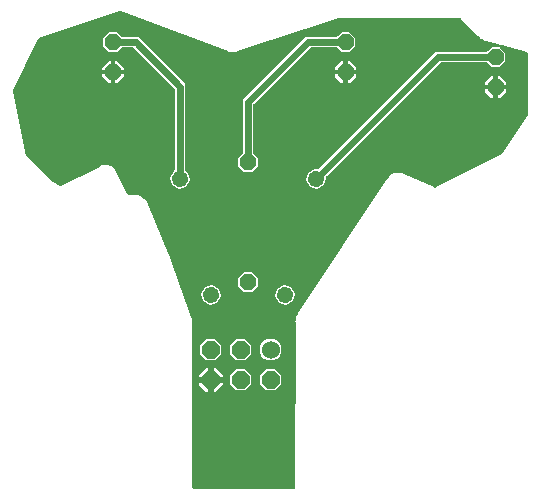
<source format=gbr>
G04 EAGLE Gerber RS-274X export*
G75*
%MOMM*%
%FSLAX34Y34*%
%LPD*%
%INBottom Copper*%
%IPPOS*%
%AMOC8*
5,1,8,0,0,1.08239X$1,22.5*%
G01*
%ADD10P,1.429621X8X112.500000*%
%ADD11P,1.429621X8X97.500000*%
%ADD12P,1.429621X8X127.500000*%
%ADD13P,1.429621X8X292.500000*%
%ADD14C,1.524000*%
%ADD15P,1.649562X8X202.500000*%
%ADD16C,0.609600*%

G36*
X248252Y8894D02*
X248252Y8894D01*
X248278Y8892D01*
X248426Y8914D01*
X248574Y8931D01*
X248597Y8939D01*
X248622Y8943D01*
X248761Y8998D01*
X248902Y9048D01*
X248923Y9062D01*
X248946Y9071D01*
X249069Y9156D01*
X249194Y9237D01*
X249212Y9255D01*
X249233Y9270D01*
X249333Y9380D01*
X249437Y9488D01*
X249450Y9509D01*
X249467Y9528D01*
X249539Y9659D01*
X249616Y9787D01*
X249623Y9811D01*
X249635Y9833D01*
X249676Y9977D01*
X249722Y10119D01*
X249724Y10144D01*
X249731Y10168D01*
X249751Y10412D01*
X249934Y149958D01*
X249930Y149989D01*
X249933Y150021D01*
X249903Y150264D01*
X249736Y151082D01*
X249909Y151971D01*
X249911Y151994D01*
X249917Y152016D01*
X249937Y152259D01*
X249938Y153164D01*
X250259Y153936D01*
X250267Y153966D01*
X250282Y153995D01*
X250347Y154230D01*
X250507Y155050D01*
X251006Y155805D01*
X251016Y155826D01*
X251030Y155843D01*
X251100Y155979D01*
X251124Y156019D01*
X251130Y156036D01*
X251142Y156061D01*
X251490Y156897D01*
X252081Y157487D01*
X252101Y157512D01*
X252125Y157532D01*
X252276Y157725D01*
X327536Y271491D01*
X327538Y271495D01*
X327541Y271498D01*
X327658Y271713D01*
X328081Y272667D01*
X328586Y273148D01*
X328618Y273186D01*
X328656Y273218D01*
X328807Y273411D01*
X329191Y273992D01*
X330056Y274575D01*
X330059Y274578D01*
X330064Y274581D01*
X330254Y274734D01*
X331010Y275454D01*
X331660Y275704D01*
X331704Y275727D01*
X331751Y275743D01*
X331964Y275863D01*
X332541Y276253D01*
X333564Y276461D01*
X333568Y276463D01*
X333573Y276463D01*
X333808Y276532D01*
X334781Y276908D01*
X335478Y276890D01*
X335527Y276895D01*
X335577Y276891D01*
X335820Y276921D01*
X336502Y277060D01*
X337527Y276861D01*
X337531Y276860D01*
X337536Y276859D01*
X337779Y276833D01*
X338822Y276808D01*
X339459Y276525D01*
X339507Y276510D01*
X339551Y276488D01*
X339786Y276422D01*
X340470Y276289D01*
X341341Y275714D01*
X341345Y275712D01*
X341348Y275708D01*
X341563Y275592D01*
X367130Y264252D01*
X367154Y264244D01*
X367176Y264232D01*
X367320Y264192D01*
X367463Y264148D01*
X367488Y264146D01*
X367512Y264139D01*
X367661Y264133D01*
X367810Y264122D01*
X367835Y264126D01*
X367860Y264125D01*
X368007Y264153D01*
X368155Y264176D01*
X368178Y264185D01*
X368202Y264190D01*
X368429Y264282D01*
X424227Y292180D01*
X424309Y292234D01*
X424396Y292279D01*
X424455Y292329D01*
X424519Y292371D01*
X424587Y292442D01*
X424661Y292506D01*
X424726Y292587D01*
X424759Y292623D01*
X424777Y292652D01*
X424813Y292698D01*
X446529Y325273D01*
X446598Y325406D01*
X446671Y325538D01*
X446677Y325561D01*
X446688Y325583D01*
X446725Y325729D01*
X446766Y325874D01*
X446768Y325903D01*
X446773Y325921D01*
X446773Y325968D01*
X446785Y326118D01*
X446785Y377267D01*
X446767Y377429D01*
X446750Y377591D01*
X446747Y377602D01*
X446745Y377613D01*
X446690Y377766D01*
X446638Y377921D01*
X446632Y377930D01*
X446628Y377941D01*
X446540Y378078D01*
X446453Y378216D01*
X446445Y378224D01*
X446439Y378234D01*
X446322Y378347D01*
X446206Y378462D01*
X446196Y378468D01*
X446188Y378476D01*
X446048Y378560D01*
X445910Y378646D01*
X445897Y378650D01*
X445889Y378655D01*
X445858Y378665D01*
X445680Y378731D01*
X424500Y384783D01*
X424364Y384805D01*
X424230Y384834D01*
X424193Y384834D01*
X424156Y384840D01*
X424019Y384831D01*
X423882Y384828D01*
X423846Y384819D01*
X423809Y384817D01*
X423677Y384777D01*
X423544Y384743D01*
X423510Y384726D01*
X423475Y384716D01*
X423356Y384647D01*
X423234Y384584D01*
X423205Y384560D01*
X423173Y384541D01*
X423073Y384447D01*
X422968Y384358D01*
X422946Y384328D01*
X422919Y384303D01*
X422843Y384188D01*
X422761Y384078D01*
X422746Y384044D01*
X422726Y384013D01*
X422678Y383884D01*
X422623Y383758D01*
X422617Y383721D01*
X422604Y383686D01*
X422586Y383550D01*
X422561Y383415D01*
X422563Y383378D01*
X422559Y383341D01*
X422572Y383204D01*
X422579Y383066D01*
X422590Y383031D01*
X422593Y382994D01*
X422638Y382864D01*
X422676Y382732D01*
X422694Y382699D01*
X422706Y382664D01*
X422779Y382547D01*
X422846Y382427D01*
X422876Y382393D01*
X422891Y382369D01*
X422926Y382333D01*
X423005Y382241D01*
X427229Y378017D01*
X427229Y371283D01*
X422467Y366521D01*
X415733Y366521D01*
X412623Y369631D01*
X412524Y369710D01*
X412430Y369794D01*
X412388Y369818D01*
X412350Y369848D01*
X412236Y369902D01*
X412125Y369963D01*
X412079Y369976D01*
X412035Y369997D01*
X411912Y370023D01*
X411790Y370058D01*
X411729Y370063D01*
X411694Y370070D01*
X411646Y370069D01*
X411546Y370077D01*
X373004Y370077D01*
X372878Y370063D01*
X372752Y370056D01*
X372706Y370043D01*
X372658Y370037D01*
X372539Y369995D01*
X372417Y369960D01*
X372375Y369936D01*
X372330Y369920D01*
X372223Y369851D01*
X372113Y369790D01*
X372067Y369750D01*
X372037Y369731D01*
X372003Y369696D01*
X371927Y369631D01*
X276292Y273996D01*
X276291Y273995D01*
X276290Y273994D01*
X276180Y273855D01*
X276076Y273723D01*
X276075Y273722D01*
X276074Y273721D01*
X275997Y273557D01*
X275927Y273408D01*
X275926Y273407D01*
X275926Y273406D01*
X275888Y273227D01*
X275853Y273068D01*
X275853Y273066D01*
X275853Y273065D01*
X275857Y272877D01*
X275859Y272719D01*
X275860Y272718D01*
X275860Y272716D01*
X275898Y272566D01*
X274128Y265963D01*
X268296Y262596D01*
X261792Y264339D01*
X258425Y270171D01*
X260168Y276675D01*
X266000Y280042D01*
X267835Y279550D01*
X267985Y279528D01*
X268133Y279501D01*
X268157Y279503D01*
X268180Y279499D01*
X268330Y279512D01*
X268481Y279519D01*
X268504Y279526D01*
X268527Y279528D01*
X268671Y279574D01*
X268816Y279616D01*
X268837Y279627D01*
X268859Y279635D01*
X268989Y279712D01*
X269120Y279786D01*
X269142Y279804D01*
X269158Y279814D01*
X269192Y279847D01*
X269307Y279945D01*
X367889Y378527D01*
X369569Y379223D01*
X411546Y379223D01*
X411672Y379237D01*
X411798Y379244D01*
X411844Y379257D01*
X411892Y379263D01*
X412011Y379305D01*
X412133Y379340D01*
X412175Y379364D01*
X412220Y379380D01*
X412327Y379449D01*
X412437Y379510D01*
X412483Y379550D01*
X412513Y379569D01*
X412547Y379604D01*
X412623Y379669D01*
X415733Y382779D01*
X420639Y382779D01*
X420775Y382794D01*
X420912Y382803D01*
X420948Y382814D01*
X420985Y382819D01*
X421114Y382865D01*
X421245Y382905D01*
X421278Y382923D01*
X421313Y382936D01*
X421428Y383010D01*
X421547Y383079D01*
X421574Y383105D01*
X421606Y383125D01*
X421701Y383224D01*
X421801Y383318D01*
X421822Y383349D01*
X421848Y383376D01*
X421919Y383494D01*
X421995Y383608D01*
X422008Y383643D01*
X422027Y383675D01*
X422069Y383805D01*
X422117Y383934D01*
X422122Y383971D01*
X422133Y384007D01*
X422144Y384143D01*
X422162Y384280D01*
X422158Y384317D01*
X422161Y384354D01*
X422141Y384490D01*
X422127Y384626D01*
X422115Y384662D01*
X422109Y384699D01*
X422059Y384826D01*
X422014Y384956D01*
X421995Y384988D01*
X421981Y385023D01*
X421903Y385135D01*
X421830Y385252D01*
X421803Y385278D01*
X421782Y385309D01*
X421680Y385401D01*
X421583Y385498D01*
X421551Y385517D01*
X421523Y385542D01*
X421403Y385609D01*
X421286Y385681D01*
X421243Y385697D01*
X421218Y385711D01*
X421170Y385724D01*
X421057Y385767D01*
X411278Y388561D01*
X411190Y388575D01*
X411103Y388600D01*
X410983Y388609D01*
X410934Y388617D01*
X410906Y388616D01*
X410860Y388619D01*
X410475Y388619D01*
X409226Y389137D01*
X409178Y389150D01*
X409061Y389194D01*
X407761Y389565D01*
X407460Y389805D01*
X407384Y389852D01*
X407314Y389908D01*
X407207Y389962D01*
X407164Y389989D01*
X407137Y389998D01*
X407096Y390019D01*
X406740Y390166D01*
X405784Y391122D01*
X405745Y391153D01*
X405654Y391238D01*
X404595Y392079D01*
X404409Y392415D01*
X404356Y392488D01*
X404313Y392566D01*
X404235Y392657D01*
X404206Y392698D01*
X404184Y392717D01*
X404154Y392752D01*
X389683Y407223D01*
X389584Y407302D01*
X389491Y407386D01*
X389448Y407410D01*
X389410Y407440D01*
X389296Y407494D01*
X389186Y407555D01*
X389139Y407568D01*
X389095Y407589D01*
X388972Y407615D01*
X388850Y407650D01*
X388789Y407655D01*
X388755Y407662D01*
X388707Y407661D01*
X388606Y407669D01*
X287335Y407669D01*
X287221Y407656D01*
X287105Y407652D01*
X287031Y407634D01*
X286989Y407629D01*
X286948Y407615D01*
X286867Y407596D01*
X200389Y379677D01*
X200343Y379657D01*
X200218Y379610D01*
X199023Y379058D01*
X198602Y379042D01*
X198518Y379028D01*
X198433Y379025D01*
X198346Y379005D01*
X198310Y379001D01*
X198287Y378992D01*
X198258Y378988D01*
X198234Y378978D01*
X198195Y378969D01*
X197794Y378840D01*
X196483Y378945D01*
X196433Y378944D01*
X196299Y378949D01*
X194984Y378896D01*
X194589Y379042D01*
X194506Y379062D01*
X194426Y379092D01*
X194298Y379112D01*
X194250Y379124D01*
X194225Y379124D01*
X194185Y379131D01*
X193765Y379165D01*
X192594Y379764D01*
X192547Y379782D01*
X192426Y379838D01*
X101681Y413230D01*
X101640Y413240D01*
X101602Y413257D01*
X101471Y413281D01*
X101342Y413312D01*
X101300Y413312D01*
X101259Y413320D01*
X101126Y413314D01*
X100994Y413315D01*
X100953Y413306D01*
X100911Y413304D01*
X100673Y413245D01*
X32950Y390671D01*
X32836Y390618D01*
X32718Y390572D01*
X32678Y390544D01*
X32635Y390524D01*
X32535Y390446D01*
X32431Y390374D01*
X32398Y390338D01*
X32360Y390309D01*
X32281Y390210D01*
X32196Y390117D01*
X32165Y390065D01*
X32142Y390037D01*
X32122Y389993D01*
X32070Y389907D01*
X10650Y347067D01*
X10637Y347032D01*
X10618Y346999D01*
X10577Y346869D01*
X10531Y346740D01*
X10526Y346702D01*
X10515Y346666D01*
X10505Y346530D01*
X10489Y346394D01*
X10493Y346356D01*
X10490Y346318D01*
X10521Y346076D01*
X21937Y291235D01*
X21982Y291098D01*
X22022Y290959D01*
X22037Y290933D01*
X22046Y290904D01*
X22122Y290781D01*
X22192Y290655D01*
X22216Y290627D01*
X22228Y290607D01*
X22263Y290572D01*
X22351Y290469D01*
X43944Y268875D01*
X44040Y268799D01*
X44131Y268717D01*
X44187Y268682D01*
X44217Y268659D01*
X44259Y268639D01*
X44340Y268590D01*
X50119Y265701D01*
X50175Y265680D01*
X50228Y265651D01*
X50338Y265621D01*
X50446Y265581D01*
X50506Y265574D01*
X50564Y265558D01*
X50678Y265554D01*
X50792Y265540D01*
X50852Y265546D01*
X50912Y265544D01*
X51025Y265565D01*
X51139Y265578D01*
X51195Y265598D01*
X51254Y265609D01*
X51443Y265685D01*
X51467Y265694D01*
X51473Y265697D01*
X51481Y265701D01*
X82277Y281099D01*
X86164Y283042D01*
X90196Y283328D01*
X94031Y282050D01*
X97084Y279402D01*
X107459Y258653D01*
X107471Y258634D01*
X107479Y258613D01*
X107566Y258489D01*
X107649Y258361D01*
X107665Y258345D01*
X107678Y258327D01*
X107791Y258225D01*
X107901Y258120D01*
X107920Y258109D01*
X107937Y258094D01*
X108070Y258020D01*
X108201Y257943D01*
X108222Y257936D01*
X108242Y257925D01*
X108389Y257884D01*
X108533Y257838D01*
X108556Y257836D01*
X108577Y257830D01*
X108821Y257811D01*
X114229Y257811D01*
X114237Y257812D01*
X114248Y257811D01*
X116261Y257835D01*
X118122Y257065D01*
X118129Y257063D01*
X118139Y257058D01*
X120010Y256309D01*
X121434Y254885D01*
X121440Y254881D01*
X121447Y254872D01*
X122889Y253465D01*
X123660Y251604D01*
X123664Y251597D01*
X123667Y251587D01*
X141913Y209014D01*
X141978Y208900D01*
X142037Y208781D01*
X142070Y208739D01*
X142086Y208712D01*
X142120Y208675D01*
X142187Y208588D01*
X142221Y208551D01*
X142791Y206971D01*
X142806Y206941D01*
X142824Y206888D01*
X143485Y205345D01*
X143486Y205295D01*
X143503Y205164D01*
X143512Y205032D01*
X143526Y204981D01*
X143530Y204949D01*
X143547Y204903D01*
X143576Y204796D01*
X161611Y154834D01*
X161623Y154810D01*
X161637Y154769D01*
X162310Y153142D01*
X162323Y153034D01*
X162333Y152893D01*
X162344Y152854D01*
X162347Y152828D01*
X162363Y152781D01*
X162390Y152685D01*
X162308Y150930D01*
X162310Y150903D01*
X162307Y150860D01*
X162307Y10414D01*
X162310Y10388D01*
X162308Y10362D01*
X162330Y10215D01*
X162347Y10068D01*
X162355Y10043D01*
X162359Y10017D01*
X162414Y9879D01*
X162464Y9740D01*
X162478Y9718D01*
X162488Y9693D01*
X162573Y9572D01*
X162653Y9447D01*
X162672Y9429D01*
X162687Y9407D01*
X162797Y9308D01*
X162904Y9205D01*
X162926Y9191D01*
X162946Y9174D01*
X163076Y9102D01*
X163203Y9026D01*
X163228Y9018D01*
X163251Y9005D01*
X163394Y8965D01*
X163535Y8920D01*
X163561Y8918D01*
X163586Y8910D01*
X163830Y8891D01*
X248227Y8891D01*
X248252Y8894D01*
G37*
%LPC*%
G36*
X206183Y277621D02*
X206183Y277621D01*
X201421Y282383D01*
X201421Y289117D01*
X204531Y292227D01*
X204610Y292326D01*
X204694Y292420D01*
X204718Y292462D01*
X204748Y292500D01*
X204802Y292614D01*
X204863Y292725D01*
X204876Y292771D01*
X204897Y292815D01*
X204923Y292938D01*
X204958Y293060D01*
X204963Y293121D01*
X204970Y293156D01*
X204969Y293204D01*
X204977Y293304D01*
X204977Y337460D01*
X205673Y339140D01*
X257760Y391227D01*
X259440Y391923D01*
X284546Y391923D01*
X284672Y391937D01*
X284798Y391944D01*
X284844Y391957D01*
X284892Y391963D01*
X285011Y392005D01*
X285133Y392040D01*
X285175Y392064D01*
X285220Y392080D01*
X285327Y392149D01*
X285437Y392210D01*
X285483Y392250D01*
X285513Y392269D01*
X285547Y392304D01*
X285623Y392369D01*
X288733Y395479D01*
X295467Y395479D01*
X300229Y390717D01*
X300229Y383983D01*
X295467Y379221D01*
X288733Y379221D01*
X285623Y382331D01*
X285524Y382410D01*
X285430Y382494D01*
X285388Y382518D01*
X285350Y382548D01*
X285236Y382602D01*
X285125Y382663D01*
X285079Y382676D01*
X285035Y382697D01*
X284912Y382723D01*
X284790Y382758D01*
X284729Y382763D01*
X284694Y382770D01*
X284646Y382769D01*
X284546Y382777D01*
X262875Y382777D01*
X262749Y382763D01*
X262623Y382756D01*
X262577Y382743D01*
X262529Y382737D01*
X262410Y382695D01*
X262288Y382660D01*
X262246Y382636D01*
X262201Y382620D01*
X262094Y382551D01*
X261984Y382490D01*
X261938Y382450D01*
X261908Y382431D01*
X261874Y382396D01*
X261798Y382331D01*
X214569Y335102D01*
X214490Y335003D01*
X214406Y334909D01*
X214382Y334867D01*
X214352Y334829D01*
X214298Y334715D01*
X214237Y334604D01*
X214224Y334558D01*
X214203Y334514D01*
X214177Y334391D01*
X214142Y334269D01*
X214137Y334208D01*
X214130Y334173D01*
X214131Y334125D01*
X214123Y334025D01*
X214123Y293304D01*
X214137Y293178D01*
X214144Y293052D01*
X214157Y293006D01*
X214163Y292958D01*
X214205Y292839D01*
X214240Y292717D01*
X214264Y292675D01*
X214280Y292630D01*
X214349Y292523D01*
X214410Y292413D01*
X214450Y292367D01*
X214469Y292337D01*
X214504Y292303D01*
X214569Y292227D01*
X217679Y289117D01*
X217679Y282383D01*
X212917Y277621D01*
X206183Y277621D01*
G37*
%LPD*%
%LPC*%
G36*
X144972Y265963D02*
X144972Y265963D01*
X143229Y272467D01*
X146644Y278383D01*
X146715Y278432D01*
X146861Y278533D01*
X146862Y278534D01*
X146863Y278535D01*
X146977Y278662D01*
X147095Y278792D01*
X147095Y278793D01*
X147096Y278794D01*
X147180Y278945D01*
X147264Y279096D01*
X147264Y279098D01*
X147265Y279099D01*
X147313Y279269D01*
X147359Y279431D01*
X147359Y279433D01*
X147360Y279434D01*
X147379Y279678D01*
X147379Y347173D01*
X147365Y347299D01*
X147358Y347425D01*
X147345Y347471D01*
X147339Y347519D01*
X147297Y347638D01*
X147262Y347760D01*
X147238Y347802D01*
X147222Y347847D01*
X147153Y347954D01*
X147092Y348064D01*
X147052Y348110D01*
X147033Y348140D01*
X146998Y348174D01*
X146933Y348250D01*
X112852Y382331D01*
X112753Y382410D01*
X112659Y382494D01*
X112617Y382518D01*
X112579Y382548D01*
X112465Y382602D01*
X112354Y382663D01*
X112308Y382676D01*
X112264Y382697D01*
X112141Y382723D01*
X112019Y382758D01*
X111958Y382763D01*
X111923Y382770D01*
X111875Y382769D01*
X111775Y382777D01*
X102804Y382777D01*
X102678Y382763D01*
X102552Y382756D01*
X102506Y382743D01*
X102458Y382737D01*
X102339Y382695D01*
X102217Y382660D01*
X102175Y382636D01*
X102130Y382620D01*
X102023Y382551D01*
X101913Y382490D01*
X101867Y382450D01*
X101837Y382431D01*
X101803Y382396D01*
X101727Y382331D01*
X98617Y379221D01*
X91883Y379221D01*
X87121Y383983D01*
X87121Y390717D01*
X91883Y395479D01*
X98617Y395479D01*
X101727Y392369D01*
X101826Y392290D01*
X101920Y392206D01*
X101962Y392182D01*
X102000Y392152D01*
X102114Y392098D01*
X102225Y392037D01*
X102271Y392024D01*
X102315Y392003D01*
X102438Y391977D01*
X102560Y391942D01*
X102621Y391937D01*
X102656Y391930D01*
X102704Y391931D01*
X102804Y391923D01*
X115210Y391923D01*
X116890Y391227D01*
X155829Y352288D01*
X156525Y350608D01*
X156525Y278945D01*
X156542Y278795D01*
X156555Y278644D01*
X156562Y278622D01*
X156565Y278598D01*
X156616Y278456D01*
X156662Y278313D01*
X156674Y278293D01*
X156682Y278270D01*
X156764Y278143D01*
X156842Y278014D01*
X156858Y277997D01*
X156871Y277978D01*
X156980Y277872D01*
X157085Y277764D01*
X157108Y277748D01*
X157122Y277735D01*
X157162Y277711D01*
X157286Y277625D01*
X158932Y276675D01*
X160675Y270171D01*
X157308Y264339D01*
X150804Y262596D01*
X144972Y265963D01*
G37*
%LPD*%
%LPC*%
G36*
X199412Y117855D02*
X199412Y117855D01*
X194055Y123212D01*
X194055Y130788D01*
X199412Y136145D01*
X206988Y136145D01*
X212345Y130788D01*
X212345Y123212D01*
X206988Y117855D01*
X199412Y117855D01*
G37*
%LPD*%
%LPC*%
G36*
X174012Y117855D02*
X174012Y117855D01*
X168655Y123212D01*
X168655Y130788D01*
X174012Y136145D01*
X181588Y136145D01*
X186945Y130788D01*
X186945Y123212D01*
X181588Y117855D01*
X174012Y117855D01*
G37*
%LPD*%
%LPC*%
G36*
X224812Y92455D02*
X224812Y92455D01*
X219455Y97812D01*
X219455Y105388D01*
X224812Y110745D01*
X232388Y110745D01*
X237745Y105388D01*
X237745Y97812D01*
X232388Y92455D01*
X224812Y92455D01*
G37*
%LPD*%
%LPC*%
G36*
X199412Y92455D02*
X199412Y92455D01*
X194055Y97812D01*
X194055Y105388D01*
X199412Y110745D01*
X206988Y110745D01*
X212345Y105388D01*
X212345Y97812D01*
X206988Y92455D01*
X199412Y92455D01*
G37*
%LPD*%
%LPC*%
G36*
X226781Y117855D02*
X226781Y117855D01*
X223420Y119248D01*
X220848Y121820D01*
X219455Y125181D01*
X219455Y128819D01*
X220848Y132180D01*
X223420Y134752D01*
X226781Y136145D01*
X230419Y136145D01*
X233780Y134752D01*
X236352Y132180D01*
X237745Y128819D01*
X237745Y125181D01*
X236352Y121820D01*
X233780Y119248D01*
X230419Y117855D01*
X226781Y117855D01*
G37*
%LPD*%
%LPC*%
G36*
X206183Y176021D02*
X206183Y176021D01*
X201421Y180783D01*
X201421Y187517D01*
X206183Y192279D01*
X212917Y192279D01*
X217679Y187517D01*
X217679Y180783D01*
X212917Y176021D01*
X206183Y176021D01*
G37*
%LPD*%
%LPC*%
G36*
X171268Y167825D02*
X171268Y167825D01*
X169525Y174329D01*
X172892Y180161D01*
X179396Y181904D01*
X185228Y178537D01*
X186971Y172033D01*
X183604Y166201D01*
X177100Y164458D01*
X171268Y167825D01*
G37*
%LPD*%
%LPC*%
G36*
X235496Y166201D02*
X235496Y166201D01*
X232129Y172033D01*
X233872Y178537D01*
X239704Y181904D01*
X246208Y180161D01*
X249575Y174329D01*
X247832Y167825D01*
X242000Y164458D01*
X235496Y166201D01*
G37*
%LPD*%
%LPC*%
G36*
X180339Y104139D02*
X180339Y104139D01*
X180339Y111761D01*
X182009Y111761D01*
X187961Y105809D01*
X187961Y104139D01*
X180339Y104139D01*
G37*
%LPD*%
%LPC*%
G36*
X167639Y104139D02*
X167639Y104139D01*
X167639Y105809D01*
X173591Y111761D01*
X175261Y111761D01*
X175261Y104139D01*
X167639Y104139D01*
G37*
%LPD*%
%LPC*%
G36*
X180339Y91439D02*
X180339Y91439D01*
X180339Y99061D01*
X187961Y99061D01*
X187961Y97391D01*
X182009Y91439D01*
X180339Y91439D01*
G37*
%LPD*%
%LPC*%
G36*
X173591Y91439D02*
X173591Y91439D01*
X167639Y97391D01*
X167639Y99061D01*
X175261Y99061D01*
X175261Y91439D01*
X173591Y91439D01*
G37*
%LPD*%
%LPC*%
G36*
X97281Y363981D02*
X97281Y363981D01*
X97281Y371095D01*
X99038Y371095D01*
X104395Y365738D01*
X104395Y363981D01*
X97281Y363981D01*
G37*
%LPD*%
%LPC*%
G36*
X294131Y363981D02*
X294131Y363981D01*
X294131Y371095D01*
X295888Y371095D01*
X301245Y365738D01*
X301245Y363981D01*
X294131Y363981D01*
G37*
%LPD*%
%LPC*%
G36*
X421131Y351281D02*
X421131Y351281D01*
X421131Y358395D01*
X422888Y358395D01*
X428245Y353038D01*
X428245Y351281D01*
X421131Y351281D01*
G37*
%LPD*%
%LPC*%
G36*
X294131Y359919D02*
X294131Y359919D01*
X301245Y359919D01*
X301245Y358162D01*
X295888Y352805D01*
X294131Y352805D01*
X294131Y359919D01*
G37*
%LPD*%
%LPC*%
G36*
X97281Y359919D02*
X97281Y359919D01*
X104395Y359919D01*
X104395Y358162D01*
X99038Y352805D01*
X97281Y352805D01*
X97281Y359919D01*
G37*
%LPD*%
%LPC*%
G36*
X421131Y347219D02*
X421131Y347219D01*
X428245Y347219D01*
X428245Y345462D01*
X422888Y340105D01*
X421131Y340105D01*
X421131Y347219D01*
G37*
%LPD*%
%LPC*%
G36*
X86105Y363981D02*
X86105Y363981D01*
X86105Y365738D01*
X91462Y371095D01*
X93219Y371095D01*
X93219Y363981D01*
X86105Y363981D01*
G37*
%LPD*%
%LPC*%
G36*
X282955Y363981D02*
X282955Y363981D01*
X282955Y365738D01*
X288312Y371095D01*
X290069Y371095D01*
X290069Y363981D01*
X282955Y363981D01*
G37*
%LPD*%
%LPC*%
G36*
X409955Y351281D02*
X409955Y351281D01*
X409955Y353038D01*
X415312Y358395D01*
X417069Y358395D01*
X417069Y351281D01*
X409955Y351281D01*
G37*
%LPD*%
%LPC*%
G36*
X288312Y352805D02*
X288312Y352805D01*
X282955Y358162D01*
X282955Y359919D01*
X290069Y359919D01*
X290069Y352805D01*
X288312Y352805D01*
G37*
%LPD*%
%LPC*%
G36*
X91462Y352805D02*
X91462Y352805D01*
X86105Y358162D01*
X86105Y359919D01*
X93219Y359919D01*
X93219Y352805D01*
X91462Y352805D01*
G37*
%LPD*%
%LPC*%
G36*
X415312Y340105D02*
X415312Y340105D01*
X409955Y345462D01*
X409955Y347219D01*
X417069Y347219D01*
X417069Y340105D01*
X415312Y340105D01*
G37*
%LPD*%
D10*
X209550Y184150D03*
X209550Y285750D03*
D11*
X240852Y173181D03*
X267148Y271319D03*
D12*
X178248Y173181D03*
X151952Y271319D03*
D13*
X292100Y387350D03*
X292100Y361950D03*
X419100Y374650D03*
X419100Y349250D03*
X95250Y387350D03*
X95250Y361950D03*
D14*
X228600Y127000D03*
D15*
X203200Y127000D03*
X177800Y127000D03*
X228600Y101600D03*
X203200Y101600D03*
X177800Y101600D03*
D16*
X209550Y285750D02*
X209550Y336550D01*
X260350Y387350D01*
X292100Y387350D01*
X370479Y374650D02*
X419100Y374650D01*
X370479Y374650D02*
X267148Y271319D01*
X151952Y271319D02*
X151952Y349698D01*
X114300Y387350D01*
X95250Y387350D01*
M02*

</source>
